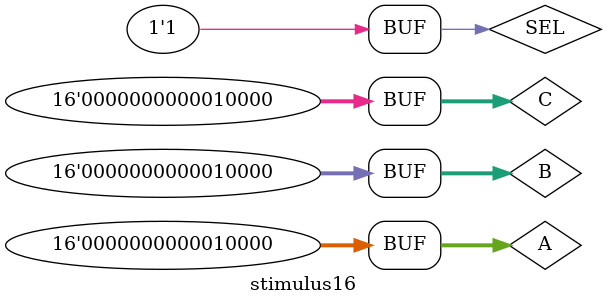
<source format=v>
`include "Not16.v"
`include "And16.v"
`include "Or16.v"
`include "Mux16.v"

module stimulus16;

reg [15:0] A, B, C;
reg SEL;
wire [15:0] OUT;

Not16 Not16_tst(OUT, A);
//And16 And16_tst(OUT, A, B);
//Or16 Or16_tst(OUT, A, B);
//Mux16 Mux16_tst(OUT, A, B, SEL);

initial
begin
  $monitor($time, " A = %b, OUT = %b ", A, OUT);
  //$monitor($time, " A = %b, B = %b, OUT = %b ", A, B, OUT);
  //$monitor($time, " A = %b, B = %b, SEL = %b, OUT = %b ", A, B, SEL, OUT);
end

initial
begin
  A = 16'h0; B = 16'h0; C = 16'h0; SEL = 1'b0;
  #5 A = 16'h0; B = 16'h10; C = 16'h0; SEL = 1'b0;
  #5 A = 16'h10; B = 16'h0; C = 16'h0; SEL = 1'b0;
  #5 A = 16'h10; B = 16'h10; C = 16'h0; SEL = 1'b0;
  #5 A = 16'h0; B = 16'h0; C = 16'h10; SEL = 1'b1;
  #5 A = 16'h0; B = 16'h10; C = 16'h10; SEL = 1'b1;
  #5 A = 16'h10; B = 16'h0; C = 16'h10; SEL = 1'b1;
  #5 A = 16'h10; B = 16'h10; C = 16'h10; SEL = 1'b1;
end

endmodule

</source>
